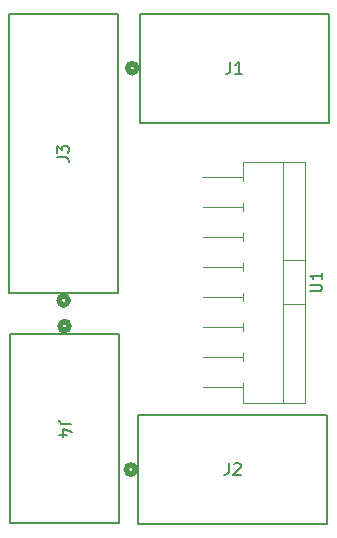
<source format=gbr>
%TF.GenerationSoftware,KiCad,Pcbnew,7.0.7*%
%TF.CreationDate,2024-04-29T21:33:31+09:00*%
%TF.ProjectId,l298n,6c323938-6e2e-46b6-9963-61645f706362,rev?*%
%TF.SameCoordinates,Original*%
%TF.FileFunction,Legend,Top*%
%TF.FilePolarity,Positive*%
%FSLAX46Y46*%
G04 Gerber Fmt 4.6, Leading zero omitted, Abs format (unit mm)*
G04 Created by KiCad (PCBNEW 7.0.7) date 2024-04-29 21:33:31*
%MOMM*%
%LPD*%
G01*
G04 APERTURE LIST*
%ADD10C,0.150000*%
%ADD11C,0.508000*%
%ADD12C,0.152400*%
%ADD13C,0.120000*%
G04 APERTURE END LIST*
D10*
X113635179Y-114890067D02*
X112920894Y-114890067D01*
X112920894Y-114890067D02*
X112778037Y-114842448D01*
X112778037Y-114842448D02*
X112682799Y-114747210D01*
X112682799Y-114747210D02*
X112635179Y-114604353D01*
X112635179Y-114604353D02*
X112635179Y-114509115D01*
X113301846Y-115794829D02*
X112635179Y-115794829D01*
X113682799Y-115556734D02*
X112968513Y-115318639D01*
X112968513Y-115318639D02*
X112968513Y-115937686D01*
X112464820Y-92309934D02*
X113179105Y-92309934D01*
X113179105Y-92309934D02*
X113321962Y-92357553D01*
X113321962Y-92357553D02*
X113417201Y-92452791D01*
X113417201Y-92452791D02*
X113464820Y-92595648D01*
X113464820Y-92595648D02*
X113464820Y-92690886D01*
X112464820Y-91928981D02*
X112464820Y-91309934D01*
X112464820Y-91309934D02*
X112845772Y-91643267D01*
X112845772Y-91643267D02*
X112845772Y-91500410D01*
X112845772Y-91500410D02*
X112893391Y-91405172D01*
X112893391Y-91405172D02*
X112941010Y-91357553D01*
X112941010Y-91357553D02*
X113036248Y-91309934D01*
X113036248Y-91309934D02*
X113274343Y-91309934D01*
X113274343Y-91309934D02*
X113369581Y-91357553D01*
X113369581Y-91357553D02*
X113417201Y-91405172D01*
X113417201Y-91405172D02*
X113464820Y-91500410D01*
X113464820Y-91500410D02*
X113464820Y-91786124D01*
X113464820Y-91786124D02*
X113417201Y-91881362D01*
X113417201Y-91881362D02*
X113369581Y-91928981D01*
X127001666Y-118194819D02*
X127001666Y-118909104D01*
X127001666Y-118909104D02*
X126954047Y-119051961D01*
X126954047Y-119051961D02*
X126858809Y-119147200D01*
X126858809Y-119147200D02*
X126715952Y-119194819D01*
X126715952Y-119194819D02*
X126620714Y-119194819D01*
X127430238Y-118290057D02*
X127477857Y-118242438D01*
X127477857Y-118242438D02*
X127573095Y-118194819D01*
X127573095Y-118194819D02*
X127811190Y-118194819D01*
X127811190Y-118194819D02*
X127906428Y-118242438D01*
X127906428Y-118242438D02*
X127954047Y-118290057D01*
X127954047Y-118290057D02*
X128001666Y-118385295D01*
X128001666Y-118385295D02*
X128001666Y-118480533D01*
X128001666Y-118480533D02*
X127954047Y-118623390D01*
X127954047Y-118623390D02*
X127382619Y-119194819D01*
X127382619Y-119194819D02*
X128001666Y-119194819D01*
X127115067Y-84204820D02*
X127115067Y-84919105D01*
X127115067Y-84919105D02*
X127067448Y-85061962D01*
X127067448Y-85061962D02*
X126972210Y-85157201D01*
X126972210Y-85157201D02*
X126829353Y-85204820D01*
X126829353Y-85204820D02*
X126734115Y-85204820D01*
X128115067Y-85204820D02*
X127543639Y-85204820D01*
X127829353Y-85204820D02*
X127829353Y-84204820D01*
X127829353Y-84204820D02*
X127734115Y-84347677D01*
X127734115Y-84347677D02*
X127638877Y-84442915D01*
X127638877Y-84442915D02*
X127543639Y-84490534D01*
X133874819Y-103641904D02*
X134684342Y-103641904D01*
X134684342Y-103641904D02*
X134779580Y-103594285D01*
X134779580Y-103594285D02*
X134827200Y-103546666D01*
X134827200Y-103546666D02*
X134874819Y-103451428D01*
X134874819Y-103451428D02*
X134874819Y-103260952D01*
X134874819Y-103260952D02*
X134827200Y-103165714D01*
X134827200Y-103165714D02*
X134779580Y-103118095D01*
X134779580Y-103118095D02*
X134684342Y-103070476D01*
X134684342Y-103070476D02*
X133874819Y-103070476D01*
X134874819Y-102070476D02*
X134874819Y-102641904D01*
X134874819Y-102356190D02*
X133874819Y-102356190D01*
X133874819Y-102356190D02*
X134017676Y-102451428D01*
X134017676Y-102451428D02*
X134112914Y-102546666D01*
X134112914Y-102546666D02*
X134160533Y-102641904D01*
D11*
%TO.C,J4*%
X113470999Y-106591399D02*
G75*
G03*
X113470999Y-106591399I-381000J0D01*
G01*
D12*
X108463000Y-107226399D02*
X108463000Y-123220402D01*
X108463000Y-123220402D02*
X117717000Y-123220402D01*
X117717000Y-123220402D02*
X117717000Y-107226399D01*
X117717000Y-107226399D02*
X108463000Y-107226399D01*
%TO.C,J3*%
X108383000Y-103783602D02*
X117637000Y-103783602D01*
X108383000Y-80169599D02*
X108383000Y-103783602D01*
X117637000Y-80169599D02*
X108383000Y-80169599D01*
X117637000Y-103783602D02*
X117637000Y-80169599D01*
D11*
X113391001Y-104418602D02*
G75*
G03*
X113391001Y-104418602I-381000J0D01*
G01*
%TO.C,J2*%
X119083998Y-118740000D02*
G75*
G03*
X119083998Y-118740000I-381000J0D01*
G01*
D12*
X119337998Y-123366999D02*
X135332001Y-123366999D01*
X135332001Y-123366999D02*
X135332001Y-114112999D01*
X135332001Y-114112999D02*
X119337998Y-114112999D01*
X119337998Y-114112999D02*
X119337998Y-123366999D01*
%TO.C,J1*%
X119451399Y-80123000D02*
X119451399Y-89377000D01*
X135445402Y-80123000D02*
X119451399Y-80123000D01*
X135445402Y-89377000D02*
X135445402Y-80123000D01*
X119451399Y-89377000D02*
X135445402Y-89377000D01*
D11*
X119197399Y-84750001D02*
G75*
G03*
X119197399Y-84750001I-381000J0D01*
G01*
D13*
%TO.C,U1*%
X133420000Y-92660000D02*
X133420000Y-113100000D01*
X128179000Y-103805000D02*
X128179000Y-104496000D01*
X128179000Y-98725000D02*
X128179000Y-99416000D01*
X128179000Y-106690000D02*
X124785000Y-106690000D01*
X128179000Y-108885000D02*
X128179000Y-109576000D01*
X128179000Y-109230000D02*
X124785000Y-109230000D01*
X128179000Y-99070000D02*
X124785000Y-99070000D01*
X128179000Y-101265000D02*
X128179000Y-101956000D01*
X128179000Y-101610000D02*
X124785000Y-101610000D01*
X133420000Y-113100000D02*
X128179000Y-113100000D01*
X128179000Y-104150000D02*
X124785000Y-104150000D01*
X128179000Y-96530000D02*
X124785000Y-96530000D01*
X128179000Y-106345000D02*
X128179000Y-107036000D01*
X131580000Y-92660000D02*
X131580000Y-113100000D01*
X128179000Y-111770000D02*
X124785000Y-111770000D01*
X133420000Y-92660000D02*
X128179000Y-92660000D01*
X128179000Y-92660000D02*
X128179000Y-94336000D01*
X133420000Y-101031000D02*
X131580000Y-101031000D01*
X133420000Y-104730000D02*
X131580000Y-104730000D01*
X128179000Y-111425000D02*
X128179000Y-113100000D01*
X128179000Y-93990000D02*
X124770000Y-93990000D01*
X128179000Y-96185000D02*
X128179000Y-96876000D01*
%TD*%
M02*

</source>
